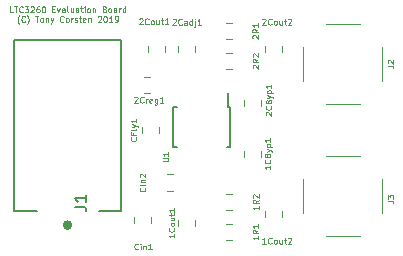
<source format=gbr>
G04 #@! TF.GenerationSoftware,KiCad,Pcbnew,(5.0.2)-1*
G04 #@! TF.CreationDate,2019-08-18T14:58:17-04:00*
G04 #@! TF.ProjectId,LTC3260-DualRail,4c544333-3236-4302-9d44-75616c526169,rev?*
G04 #@! TF.SameCoordinates,Original*
G04 #@! TF.FileFunction,Legend,Top*
G04 #@! TF.FilePolarity,Positive*
%FSLAX46Y46*%
G04 Gerber Fmt 4.6, Leading zero omitted, Abs format (unit mm)*
G04 Created by KiCad (PCBNEW (5.0.2)-1) date 8/18/2019 2:58:17 PM*
%MOMM*%
%LPD*%
G01*
G04 APERTURE LIST*
%ADD10C,0.080000*%
%ADD11C,0.120000*%
%ADD12C,0.127000*%
%ADD13C,0.400000*%
%ADD14C,0.150000*%
%ADD15C,0.070000*%
G04 APERTURE END LIST*
D10*
X69525142Y-67756190D02*
X69287047Y-67756190D01*
X69287047Y-67256190D01*
X69620380Y-67256190D02*
X69906095Y-67256190D01*
X69763238Y-67756190D02*
X69763238Y-67256190D01*
X70358476Y-67708571D02*
X70334666Y-67732380D01*
X70263238Y-67756190D01*
X70215619Y-67756190D01*
X70144190Y-67732380D01*
X70096571Y-67684761D01*
X70072761Y-67637142D01*
X70048952Y-67541904D01*
X70048952Y-67470476D01*
X70072761Y-67375238D01*
X70096571Y-67327619D01*
X70144190Y-67280000D01*
X70215619Y-67256190D01*
X70263238Y-67256190D01*
X70334666Y-67280000D01*
X70358476Y-67303809D01*
X70525142Y-67256190D02*
X70834666Y-67256190D01*
X70668000Y-67446666D01*
X70739428Y-67446666D01*
X70787047Y-67470476D01*
X70810857Y-67494285D01*
X70834666Y-67541904D01*
X70834666Y-67660952D01*
X70810857Y-67708571D01*
X70787047Y-67732380D01*
X70739428Y-67756190D01*
X70596571Y-67756190D01*
X70548952Y-67732380D01*
X70525142Y-67708571D01*
X71025142Y-67303809D02*
X71048952Y-67280000D01*
X71096571Y-67256190D01*
X71215619Y-67256190D01*
X71263238Y-67280000D01*
X71287047Y-67303809D01*
X71310857Y-67351428D01*
X71310857Y-67399047D01*
X71287047Y-67470476D01*
X71001333Y-67756190D01*
X71310857Y-67756190D01*
X71739428Y-67256190D02*
X71644190Y-67256190D01*
X71596571Y-67280000D01*
X71572761Y-67303809D01*
X71525142Y-67375238D01*
X71501333Y-67470476D01*
X71501333Y-67660952D01*
X71525142Y-67708571D01*
X71548952Y-67732380D01*
X71596571Y-67756190D01*
X71691809Y-67756190D01*
X71739428Y-67732380D01*
X71763238Y-67708571D01*
X71787047Y-67660952D01*
X71787047Y-67541904D01*
X71763238Y-67494285D01*
X71739428Y-67470476D01*
X71691809Y-67446666D01*
X71596571Y-67446666D01*
X71548952Y-67470476D01*
X71525142Y-67494285D01*
X71501333Y-67541904D01*
X72096571Y-67256190D02*
X72144190Y-67256190D01*
X72191809Y-67280000D01*
X72215619Y-67303809D01*
X72239428Y-67351428D01*
X72263238Y-67446666D01*
X72263238Y-67565714D01*
X72239428Y-67660952D01*
X72215619Y-67708571D01*
X72191809Y-67732380D01*
X72144190Y-67756190D01*
X72096571Y-67756190D01*
X72048952Y-67732380D01*
X72025142Y-67708571D01*
X72001333Y-67660952D01*
X71977523Y-67565714D01*
X71977523Y-67446666D01*
X72001333Y-67351428D01*
X72025142Y-67303809D01*
X72048952Y-67280000D01*
X72096571Y-67256190D01*
X72858476Y-67494285D02*
X73025142Y-67494285D01*
X73096571Y-67756190D02*
X72858476Y-67756190D01*
X72858476Y-67256190D01*
X73096571Y-67256190D01*
X73263238Y-67422857D02*
X73382285Y-67756190D01*
X73501333Y-67422857D01*
X73906095Y-67756190D02*
X73906095Y-67494285D01*
X73882285Y-67446666D01*
X73834666Y-67422857D01*
X73739428Y-67422857D01*
X73691809Y-67446666D01*
X73906095Y-67732380D02*
X73858476Y-67756190D01*
X73739428Y-67756190D01*
X73691809Y-67732380D01*
X73668000Y-67684761D01*
X73668000Y-67637142D01*
X73691809Y-67589523D01*
X73739428Y-67565714D01*
X73858476Y-67565714D01*
X73906095Y-67541904D01*
X74215619Y-67756190D02*
X74168000Y-67732380D01*
X74144190Y-67684761D01*
X74144190Y-67256190D01*
X74620380Y-67422857D02*
X74620380Y-67756190D01*
X74406095Y-67422857D02*
X74406095Y-67684761D01*
X74429904Y-67732380D01*
X74477523Y-67756190D01*
X74548952Y-67756190D01*
X74596571Y-67732380D01*
X74620380Y-67708571D01*
X75072761Y-67756190D02*
X75072761Y-67494285D01*
X75048952Y-67446666D01*
X75001333Y-67422857D01*
X74906095Y-67422857D01*
X74858476Y-67446666D01*
X75072761Y-67732380D02*
X75025142Y-67756190D01*
X74906095Y-67756190D01*
X74858476Y-67732380D01*
X74834666Y-67684761D01*
X74834666Y-67637142D01*
X74858476Y-67589523D01*
X74906095Y-67565714D01*
X75025142Y-67565714D01*
X75072761Y-67541904D01*
X75239428Y-67422857D02*
X75429904Y-67422857D01*
X75310857Y-67256190D02*
X75310857Y-67684761D01*
X75334666Y-67732380D01*
X75382285Y-67756190D01*
X75429904Y-67756190D01*
X75596571Y-67756190D02*
X75596571Y-67422857D01*
X75596571Y-67256190D02*
X75572761Y-67280000D01*
X75596571Y-67303809D01*
X75620380Y-67280000D01*
X75596571Y-67256190D01*
X75596571Y-67303809D01*
X75906095Y-67756190D02*
X75858476Y-67732380D01*
X75834666Y-67708571D01*
X75810857Y-67660952D01*
X75810857Y-67518095D01*
X75834666Y-67470476D01*
X75858476Y-67446666D01*
X75906095Y-67422857D01*
X75977523Y-67422857D01*
X76025142Y-67446666D01*
X76048952Y-67470476D01*
X76072761Y-67518095D01*
X76072761Y-67660952D01*
X76048952Y-67708571D01*
X76025142Y-67732380D01*
X75977523Y-67756190D01*
X75906095Y-67756190D01*
X76287047Y-67422857D02*
X76287047Y-67756190D01*
X76287047Y-67470476D02*
X76310857Y-67446666D01*
X76358476Y-67422857D01*
X76429904Y-67422857D01*
X76477523Y-67446666D01*
X76501333Y-67494285D01*
X76501333Y-67756190D01*
X77287047Y-67494285D02*
X77358476Y-67518095D01*
X77382285Y-67541904D01*
X77406095Y-67589523D01*
X77406095Y-67660952D01*
X77382285Y-67708571D01*
X77358476Y-67732380D01*
X77310857Y-67756190D01*
X77120380Y-67756190D01*
X77120380Y-67256190D01*
X77287047Y-67256190D01*
X77334666Y-67280000D01*
X77358476Y-67303809D01*
X77382285Y-67351428D01*
X77382285Y-67399047D01*
X77358476Y-67446666D01*
X77334666Y-67470476D01*
X77287047Y-67494285D01*
X77120380Y-67494285D01*
X77691809Y-67756190D02*
X77644190Y-67732380D01*
X77620380Y-67708571D01*
X77596571Y-67660952D01*
X77596571Y-67518095D01*
X77620380Y-67470476D01*
X77644190Y-67446666D01*
X77691809Y-67422857D01*
X77763238Y-67422857D01*
X77810857Y-67446666D01*
X77834666Y-67470476D01*
X77858476Y-67518095D01*
X77858476Y-67660952D01*
X77834666Y-67708571D01*
X77810857Y-67732380D01*
X77763238Y-67756190D01*
X77691809Y-67756190D01*
X78287047Y-67756190D02*
X78287047Y-67494285D01*
X78263238Y-67446666D01*
X78215619Y-67422857D01*
X78120380Y-67422857D01*
X78072761Y-67446666D01*
X78287047Y-67732380D02*
X78239428Y-67756190D01*
X78120380Y-67756190D01*
X78072761Y-67732380D01*
X78048952Y-67684761D01*
X78048952Y-67637142D01*
X78072761Y-67589523D01*
X78120380Y-67565714D01*
X78239428Y-67565714D01*
X78287047Y-67541904D01*
X78525142Y-67756190D02*
X78525142Y-67422857D01*
X78525142Y-67518095D02*
X78548952Y-67470476D01*
X78572761Y-67446666D01*
X78620380Y-67422857D01*
X78668000Y-67422857D01*
X79048952Y-67756190D02*
X79048952Y-67256190D01*
X79048952Y-67732380D02*
X79001333Y-67756190D01*
X78906095Y-67756190D01*
X78858476Y-67732380D01*
X78834666Y-67708571D01*
X78810857Y-67660952D01*
X78810857Y-67518095D01*
X78834666Y-67470476D01*
X78858476Y-67446666D01*
X78906095Y-67422857D01*
X79001333Y-67422857D01*
X79048952Y-67446666D01*
X70072761Y-68776666D02*
X70048952Y-68752857D01*
X70001333Y-68681428D01*
X69977523Y-68633809D01*
X69953714Y-68562380D01*
X69929904Y-68443333D01*
X69929904Y-68348095D01*
X69953714Y-68229047D01*
X69977523Y-68157619D01*
X70001333Y-68110000D01*
X70048952Y-68038571D01*
X70072761Y-68014761D01*
X70548952Y-68538571D02*
X70525142Y-68562380D01*
X70453714Y-68586190D01*
X70406095Y-68586190D01*
X70334666Y-68562380D01*
X70287047Y-68514761D01*
X70263238Y-68467142D01*
X70239428Y-68371904D01*
X70239428Y-68300476D01*
X70263238Y-68205238D01*
X70287047Y-68157619D01*
X70334666Y-68110000D01*
X70406095Y-68086190D01*
X70453714Y-68086190D01*
X70525142Y-68110000D01*
X70548952Y-68133809D01*
X70715619Y-68776666D02*
X70739428Y-68752857D01*
X70787047Y-68681428D01*
X70810857Y-68633809D01*
X70834666Y-68562380D01*
X70858476Y-68443333D01*
X70858476Y-68348095D01*
X70834666Y-68229047D01*
X70810857Y-68157619D01*
X70787047Y-68110000D01*
X70739428Y-68038571D01*
X70715619Y-68014761D01*
X71406095Y-68086190D02*
X71691809Y-68086190D01*
X71548952Y-68586190D02*
X71548952Y-68086190D01*
X71929904Y-68586190D02*
X71882285Y-68562380D01*
X71858476Y-68538571D01*
X71834666Y-68490952D01*
X71834666Y-68348095D01*
X71858476Y-68300476D01*
X71882285Y-68276666D01*
X71929904Y-68252857D01*
X72001333Y-68252857D01*
X72048952Y-68276666D01*
X72072761Y-68300476D01*
X72096571Y-68348095D01*
X72096571Y-68490952D01*
X72072761Y-68538571D01*
X72048952Y-68562380D01*
X72001333Y-68586190D01*
X71929904Y-68586190D01*
X72310857Y-68252857D02*
X72310857Y-68586190D01*
X72310857Y-68300476D02*
X72334666Y-68276666D01*
X72382285Y-68252857D01*
X72453714Y-68252857D01*
X72501333Y-68276666D01*
X72525142Y-68324285D01*
X72525142Y-68586190D01*
X72715619Y-68252857D02*
X72834666Y-68586190D01*
X72953714Y-68252857D02*
X72834666Y-68586190D01*
X72787047Y-68705238D01*
X72763238Y-68729047D01*
X72715619Y-68752857D01*
X73810857Y-68538571D02*
X73787047Y-68562380D01*
X73715619Y-68586190D01*
X73668000Y-68586190D01*
X73596571Y-68562380D01*
X73548952Y-68514761D01*
X73525142Y-68467142D01*
X73501333Y-68371904D01*
X73501333Y-68300476D01*
X73525142Y-68205238D01*
X73548952Y-68157619D01*
X73596571Y-68110000D01*
X73668000Y-68086190D01*
X73715619Y-68086190D01*
X73787047Y-68110000D01*
X73810857Y-68133809D01*
X74096571Y-68586190D02*
X74048952Y-68562380D01*
X74025142Y-68538571D01*
X74001333Y-68490952D01*
X74001333Y-68348095D01*
X74025142Y-68300476D01*
X74048952Y-68276666D01*
X74096571Y-68252857D01*
X74168000Y-68252857D01*
X74215619Y-68276666D01*
X74239428Y-68300476D01*
X74263238Y-68348095D01*
X74263238Y-68490952D01*
X74239428Y-68538571D01*
X74215619Y-68562380D01*
X74168000Y-68586190D01*
X74096571Y-68586190D01*
X74477523Y-68586190D02*
X74477523Y-68252857D01*
X74477523Y-68348095D02*
X74501333Y-68300476D01*
X74525142Y-68276666D01*
X74572761Y-68252857D01*
X74620380Y-68252857D01*
X74763238Y-68562380D02*
X74810857Y-68586190D01*
X74906095Y-68586190D01*
X74953714Y-68562380D01*
X74977523Y-68514761D01*
X74977523Y-68490952D01*
X74953714Y-68443333D01*
X74906095Y-68419523D01*
X74834666Y-68419523D01*
X74787047Y-68395714D01*
X74763238Y-68348095D01*
X74763238Y-68324285D01*
X74787047Y-68276666D01*
X74834666Y-68252857D01*
X74906095Y-68252857D01*
X74953714Y-68276666D01*
X75120380Y-68252857D02*
X75310857Y-68252857D01*
X75191809Y-68086190D02*
X75191809Y-68514761D01*
X75215619Y-68562380D01*
X75263238Y-68586190D01*
X75310857Y-68586190D01*
X75668000Y-68562380D02*
X75620380Y-68586190D01*
X75525142Y-68586190D01*
X75477523Y-68562380D01*
X75453714Y-68514761D01*
X75453714Y-68324285D01*
X75477523Y-68276666D01*
X75525142Y-68252857D01*
X75620380Y-68252857D01*
X75668000Y-68276666D01*
X75691809Y-68324285D01*
X75691809Y-68371904D01*
X75453714Y-68419523D01*
X75906095Y-68252857D02*
X75906095Y-68586190D01*
X75906095Y-68300476D02*
X75929904Y-68276666D01*
X75977523Y-68252857D01*
X76048952Y-68252857D01*
X76096571Y-68276666D01*
X76120380Y-68324285D01*
X76120380Y-68586190D01*
X76715619Y-68133809D02*
X76739428Y-68110000D01*
X76787047Y-68086190D01*
X76906095Y-68086190D01*
X76953714Y-68110000D01*
X76977523Y-68133809D01*
X77001333Y-68181428D01*
X77001333Y-68229047D01*
X76977523Y-68300476D01*
X76691809Y-68586190D01*
X77001333Y-68586190D01*
X77310857Y-68086190D02*
X77358476Y-68086190D01*
X77406095Y-68110000D01*
X77429904Y-68133809D01*
X77453714Y-68181428D01*
X77477523Y-68276666D01*
X77477523Y-68395714D01*
X77453714Y-68490952D01*
X77429904Y-68538571D01*
X77406095Y-68562380D01*
X77358476Y-68586190D01*
X77310857Y-68586190D01*
X77263238Y-68562380D01*
X77239428Y-68538571D01*
X77215619Y-68490952D01*
X77191809Y-68395714D01*
X77191809Y-68276666D01*
X77215619Y-68181428D01*
X77239428Y-68133809D01*
X77263238Y-68110000D01*
X77310857Y-68086190D01*
X77953714Y-68586190D02*
X77668000Y-68586190D01*
X77810857Y-68586190D02*
X77810857Y-68086190D01*
X77763238Y-68157619D01*
X77715619Y-68205238D01*
X77668000Y-68229047D01*
X78191809Y-68586190D02*
X78287047Y-68586190D01*
X78334666Y-68562380D01*
X78358476Y-68538571D01*
X78406095Y-68467142D01*
X78429904Y-68371904D01*
X78429904Y-68181428D01*
X78406095Y-68133809D01*
X78382285Y-68110000D01*
X78334666Y-68086190D01*
X78239428Y-68086190D01*
X78191809Y-68110000D01*
X78168000Y-68133809D01*
X78144190Y-68181428D01*
X78144190Y-68300476D01*
X78168000Y-68348095D01*
X78191809Y-68371904D01*
X78239428Y-68395714D01*
X78334666Y-68395714D01*
X78382285Y-68371904D01*
X78406095Y-68348095D01*
X78429904Y-68300476D01*
D11*
G04 #@! TO.C,1CByp1*
X90544720Y-79485748D02*
X90544720Y-80008252D01*
X89124720Y-79485748D02*
X89124720Y-80008252D01*
G04 #@! TO.C,1Cout1*
X84956720Y-85327748D02*
X84956720Y-85850252D01*
X83536720Y-85327748D02*
X83536720Y-85850252D01*
G04 #@! TO.C,1R1*
X87532468Y-85650000D02*
X88054972Y-85650000D01*
X87532468Y-87070000D02*
X88054972Y-87070000D01*
G04 #@! TO.C,1R2*
X88072972Y-83110000D02*
X87550468Y-83110000D01*
X88072972Y-84530000D02*
X87550468Y-84530000D01*
G04 #@! TO.C,2Cadj1*
X84956720Y-71136252D02*
X84956720Y-70613748D01*
X83536720Y-71136252D02*
X83536720Y-70613748D01*
G04 #@! TO.C,2CByp1*
X89124720Y-75167748D02*
X89124720Y-75690252D01*
X90544720Y-75167748D02*
X90544720Y-75690252D01*
G04 #@! TO.C,2Cout1*
X80996720Y-70595748D02*
X80996720Y-71118252D01*
X82416720Y-70595748D02*
X82416720Y-71118252D01*
G04 #@! TO.C,2R1*
X88063972Y-68632000D02*
X87541468Y-68632000D01*
X88063972Y-70052000D02*
X87541468Y-70052000D01*
G04 #@! TO.C,2R2*
X88054972Y-72592000D02*
X87532468Y-72592000D01*
X88054972Y-71172000D02*
X87532468Y-71172000D01*
G04 #@! TO.C,CFly1*
X80488720Y-77985252D02*
X80488720Y-77462748D01*
X81908720Y-77985252D02*
X81908720Y-77462748D01*
D12*
G04 #@! TO.C,J1*
X78650220Y-84574280D02*
X76800220Y-84574280D01*
X71600220Y-84574280D02*
X69650220Y-84574280D01*
X69650220Y-84574280D02*
X69650220Y-70074280D01*
X69650220Y-70074280D02*
X78650220Y-70074280D01*
X78650220Y-70074280D02*
X78650220Y-84574280D01*
D13*
X74350220Y-85774280D02*
G75*
G03X74350220Y-85774280I-200000J0D01*
G01*
D11*
G04 #@! TO.C,J2*
X96004720Y-68781000D02*
X98904720Y-68781000D01*
X96004720Y-75491000D02*
X98904720Y-75491000D01*
X100809720Y-70686000D02*
X100809720Y-73586000D01*
X94099720Y-70686000D02*
X94099720Y-73586000D01*
G04 #@! TO.C,J3*
X94099720Y-81862000D02*
X94099720Y-84762000D01*
X100809720Y-81862000D02*
X100809720Y-84762000D01*
X96004720Y-86667000D02*
X98904720Y-86667000D01*
X96004720Y-79957000D02*
X98904720Y-79957000D01*
D14*
G04 #@! TO.C,U1*
X87941720Y-75795000D02*
X87716720Y-75795000D01*
X87941720Y-79145000D02*
X87641720Y-79145000D01*
X83091720Y-79145000D02*
X83391720Y-79145000D01*
X83091720Y-75795000D02*
X83391720Y-75795000D01*
X87941720Y-75795000D02*
X87941720Y-79145000D01*
X83091720Y-75795000D02*
X83091720Y-79145000D01*
X87716720Y-75795000D02*
X87716720Y-74570000D01*
D11*
G04 #@! TO.C,1Cout2*
X92322720Y-85106252D02*
X92322720Y-84583748D01*
X90902720Y-85106252D02*
X90902720Y-84583748D01*
G04 #@! TO.C,2Cout2*
X90902720Y-71118252D02*
X90902720Y-70595748D01*
X92322720Y-71118252D02*
X92322720Y-70595748D01*
G04 #@! TO.C,Cin1*
X81228000Y-85082748D02*
X81228000Y-85605252D01*
X79808000Y-85082748D02*
X79808000Y-85605252D01*
G04 #@! TO.C,Cin2*
X83056252Y-81459000D02*
X82533748Y-81459000D01*
X83056252Y-82879000D02*
X82533748Y-82879000D01*
G04 #@! TO.C,2Creg1*
X81160252Y-74624000D02*
X80637748Y-74624000D01*
X81160252Y-73204000D02*
X80637748Y-73204000D01*
G04 #@! TO.C,1CByp1*
D15*
X91330910Y-80749904D02*
X91330910Y-81035619D01*
X91330910Y-80892761D02*
X90830910Y-80892761D01*
X90902339Y-80940380D01*
X90949958Y-80988000D01*
X90973767Y-81035619D01*
X91283291Y-80249904D02*
X91307100Y-80273714D01*
X91330910Y-80345142D01*
X91330910Y-80392761D01*
X91307100Y-80464190D01*
X91259481Y-80511809D01*
X91211862Y-80535619D01*
X91116624Y-80559428D01*
X91045196Y-80559428D01*
X90949958Y-80535619D01*
X90902339Y-80511809D01*
X90854720Y-80464190D01*
X90830910Y-80392761D01*
X90830910Y-80345142D01*
X90854720Y-80273714D01*
X90878529Y-80249904D01*
X91069005Y-79868952D02*
X91092815Y-79797523D01*
X91116624Y-79773714D01*
X91164243Y-79749904D01*
X91235672Y-79749904D01*
X91283291Y-79773714D01*
X91307100Y-79797523D01*
X91330910Y-79845142D01*
X91330910Y-80035619D01*
X90830910Y-80035619D01*
X90830910Y-79868952D01*
X90854720Y-79821333D01*
X90878529Y-79797523D01*
X90926148Y-79773714D01*
X90973767Y-79773714D01*
X91021386Y-79797523D01*
X91045196Y-79821333D01*
X91069005Y-79868952D01*
X91069005Y-80035619D01*
X90997577Y-79583238D02*
X91330910Y-79464190D01*
X90997577Y-79345142D02*
X91330910Y-79464190D01*
X91449958Y-79511809D01*
X91473767Y-79535619D01*
X91497577Y-79583238D01*
X90997577Y-79154666D02*
X91497577Y-79154666D01*
X91021386Y-79154666D02*
X90997577Y-79107047D01*
X90997577Y-79011809D01*
X91021386Y-78964190D01*
X91045196Y-78940380D01*
X91092815Y-78916571D01*
X91235672Y-78916571D01*
X91283291Y-78940380D01*
X91307100Y-78964190D01*
X91330910Y-79011809D01*
X91330910Y-79107047D01*
X91307100Y-79154666D01*
X91330910Y-78440380D02*
X91330910Y-78726095D01*
X91330910Y-78583238D02*
X90830910Y-78583238D01*
X90902339Y-78630857D01*
X90949958Y-78678476D01*
X90973767Y-78726095D01*
G04 #@! TO.C,1Cout1*
X83202910Y-86520476D02*
X83202910Y-86806190D01*
X83202910Y-86663333D02*
X82702910Y-86663333D01*
X82774339Y-86710952D01*
X82821958Y-86758571D01*
X82845767Y-86806190D01*
X83155291Y-86020476D02*
X83179100Y-86044285D01*
X83202910Y-86115714D01*
X83202910Y-86163333D01*
X83179100Y-86234761D01*
X83131481Y-86282380D01*
X83083862Y-86306190D01*
X82988624Y-86330000D01*
X82917196Y-86330000D01*
X82821958Y-86306190D01*
X82774339Y-86282380D01*
X82726720Y-86234761D01*
X82702910Y-86163333D01*
X82702910Y-86115714D01*
X82726720Y-86044285D01*
X82750529Y-86020476D01*
X83202910Y-85734761D02*
X83179100Y-85782380D01*
X83155291Y-85806190D01*
X83107672Y-85830000D01*
X82964815Y-85830000D01*
X82917196Y-85806190D01*
X82893386Y-85782380D01*
X82869577Y-85734761D01*
X82869577Y-85663333D01*
X82893386Y-85615714D01*
X82917196Y-85591904D01*
X82964815Y-85568095D01*
X83107672Y-85568095D01*
X83155291Y-85591904D01*
X83179100Y-85615714D01*
X83202910Y-85663333D01*
X83202910Y-85734761D01*
X82869577Y-85139523D02*
X83202910Y-85139523D01*
X82869577Y-85353809D02*
X83131481Y-85353809D01*
X83179100Y-85330000D01*
X83202910Y-85282380D01*
X83202910Y-85210952D01*
X83179100Y-85163333D01*
X83155291Y-85139523D01*
X82869577Y-84972857D02*
X82869577Y-84782380D01*
X82702910Y-84901428D02*
X83131481Y-84901428D01*
X83179100Y-84877619D01*
X83202910Y-84830000D01*
X83202910Y-84782380D01*
X83202910Y-84353809D02*
X83202910Y-84639523D01*
X83202910Y-84496666D02*
X82702910Y-84496666D01*
X82774339Y-84544285D01*
X82821958Y-84591904D01*
X82845767Y-84639523D01*
G04 #@! TO.C,1R1*
D10*
X90314910Y-86705238D02*
X90314910Y-86990952D01*
X90314910Y-86848095D02*
X89814910Y-86848095D01*
X89886339Y-86895714D01*
X89933958Y-86943333D01*
X89957767Y-86990952D01*
X90314910Y-86205238D02*
X90076815Y-86371904D01*
X90314910Y-86490952D02*
X89814910Y-86490952D01*
X89814910Y-86300476D01*
X89838720Y-86252857D01*
X89862529Y-86229047D01*
X89910148Y-86205238D01*
X89981577Y-86205238D01*
X90029196Y-86229047D01*
X90053005Y-86252857D01*
X90076815Y-86300476D01*
X90076815Y-86490952D01*
X90314910Y-85729047D02*
X90314910Y-86014761D01*
X90314910Y-85871904D02*
X89814910Y-85871904D01*
X89886339Y-85919523D01*
X89933958Y-85967142D01*
X89957767Y-86014761D01*
G04 #@! TO.C,1R2*
X90332910Y-84165238D02*
X90332910Y-84450952D01*
X90332910Y-84308095D02*
X89832910Y-84308095D01*
X89904339Y-84355714D01*
X89951958Y-84403333D01*
X89975767Y-84450952D01*
X90332910Y-83665238D02*
X90094815Y-83831904D01*
X90332910Y-83950952D02*
X89832910Y-83950952D01*
X89832910Y-83760476D01*
X89856720Y-83712857D01*
X89880529Y-83689047D01*
X89928148Y-83665238D01*
X89999577Y-83665238D01*
X90047196Y-83689047D01*
X90071005Y-83712857D01*
X90094815Y-83760476D01*
X90094815Y-83950952D01*
X89880529Y-83474761D02*
X89856720Y-83450952D01*
X89832910Y-83403333D01*
X89832910Y-83284285D01*
X89856720Y-83236666D01*
X89880529Y-83212857D01*
X89928148Y-83189047D01*
X89975767Y-83189047D01*
X90047196Y-83212857D01*
X90332910Y-83498571D01*
X90332910Y-83189047D01*
G04 #@! TO.C,2Cadj1*
D15*
X83044339Y-68371809D02*
X83068148Y-68348000D01*
X83115767Y-68324190D01*
X83234815Y-68324190D01*
X83282434Y-68348000D01*
X83306243Y-68371809D01*
X83330053Y-68419428D01*
X83330053Y-68467047D01*
X83306243Y-68538476D01*
X83020529Y-68824190D01*
X83330053Y-68824190D01*
X83830053Y-68776571D02*
X83806243Y-68800380D01*
X83734815Y-68824190D01*
X83687196Y-68824190D01*
X83615767Y-68800380D01*
X83568148Y-68752761D01*
X83544339Y-68705142D01*
X83520529Y-68609904D01*
X83520529Y-68538476D01*
X83544339Y-68443238D01*
X83568148Y-68395619D01*
X83615767Y-68348000D01*
X83687196Y-68324190D01*
X83734815Y-68324190D01*
X83806243Y-68348000D01*
X83830053Y-68371809D01*
X84258624Y-68824190D02*
X84258624Y-68562285D01*
X84234815Y-68514666D01*
X84187196Y-68490857D01*
X84091958Y-68490857D01*
X84044339Y-68514666D01*
X84258624Y-68800380D02*
X84211005Y-68824190D01*
X84091958Y-68824190D01*
X84044339Y-68800380D01*
X84020529Y-68752761D01*
X84020529Y-68705142D01*
X84044339Y-68657523D01*
X84091958Y-68633714D01*
X84211005Y-68633714D01*
X84258624Y-68609904D01*
X84711005Y-68824190D02*
X84711005Y-68324190D01*
X84711005Y-68800380D02*
X84663386Y-68824190D01*
X84568148Y-68824190D01*
X84520529Y-68800380D01*
X84496720Y-68776571D01*
X84472910Y-68728952D01*
X84472910Y-68586095D01*
X84496720Y-68538476D01*
X84520529Y-68514666D01*
X84568148Y-68490857D01*
X84663386Y-68490857D01*
X84711005Y-68514666D01*
X84949100Y-68490857D02*
X84949100Y-68919428D01*
X84925291Y-68967047D01*
X84877672Y-68990857D01*
X84853862Y-68990857D01*
X84949100Y-68324190D02*
X84925291Y-68348000D01*
X84949100Y-68371809D01*
X84972910Y-68348000D01*
X84949100Y-68324190D01*
X84949100Y-68371809D01*
X85449100Y-68824190D02*
X85163386Y-68824190D01*
X85306243Y-68824190D02*
X85306243Y-68324190D01*
X85258624Y-68395619D01*
X85211005Y-68443238D01*
X85163386Y-68467047D01*
G04 #@! TO.C,2CByp1*
X90959809Y-76481619D02*
X90936000Y-76457809D01*
X90912190Y-76410190D01*
X90912190Y-76291142D01*
X90936000Y-76243523D01*
X90959809Y-76219714D01*
X91007428Y-76195904D01*
X91055047Y-76195904D01*
X91126476Y-76219714D01*
X91412190Y-76505428D01*
X91412190Y-76195904D01*
X91364571Y-75695904D02*
X91388380Y-75719714D01*
X91412190Y-75791142D01*
X91412190Y-75838761D01*
X91388380Y-75910190D01*
X91340761Y-75957809D01*
X91293142Y-75981619D01*
X91197904Y-76005428D01*
X91126476Y-76005428D01*
X91031238Y-75981619D01*
X90983619Y-75957809D01*
X90936000Y-75910190D01*
X90912190Y-75838761D01*
X90912190Y-75791142D01*
X90936000Y-75719714D01*
X90959809Y-75695904D01*
X91150285Y-75314952D02*
X91174095Y-75243523D01*
X91197904Y-75219714D01*
X91245523Y-75195904D01*
X91316952Y-75195904D01*
X91364571Y-75219714D01*
X91388380Y-75243523D01*
X91412190Y-75291142D01*
X91412190Y-75481619D01*
X90912190Y-75481619D01*
X90912190Y-75314952D01*
X90936000Y-75267333D01*
X90959809Y-75243523D01*
X91007428Y-75219714D01*
X91055047Y-75219714D01*
X91102666Y-75243523D01*
X91126476Y-75267333D01*
X91150285Y-75314952D01*
X91150285Y-75481619D01*
X91078857Y-75029238D02*
X91412190Y-74910190D01*
X91078857Y-74791142D02*
X91412190Y-74910190D01*
X91531238Y-74957809D01*
X91555047Y-74981619D01*
X91578857Y-75029238D01*
X91078857Y-74600666D02*
X91578857Y-74600666D01*
X91102666Y-74600666D02*
X91078857Y-74553047D01*
X91078857Y-74457809D01*
X91102666Y-74410190D01*
X91126476Y-74386380D01*
X91174095Y-74362571D01*
X91316952Y-74362571D01*
X91364571Y-74386380D01*
X91388380Y-74410190D01*
X91412190Y-74457809D01*
X91412190Y-74553047D01*
X91388380Y-74600666D01*
X91412190Y-73886380D02*
X91412190Y-74172095D01*
X91412190Y-74029238D02*
X90912190Y-74029238D01*
X90983619Y-74076857D01*
X91031238Y-74124476D01*
X91055047Y-74172095D01*
G04 #@! TO.C,2Cout1*
X80226529Y-68335809D02*
X80250339Y-68312000D01*
X80297958Y-68288190D01*
X80417005Y-68288190D01*
X80464624Y-68312000D01*
X80488434Y-68335809D01*
X80512243Y-68383428D01*
X80512243Y-68431047D01*
X80488434Y-68502476D01*
X80202720Y-68788190D01*
X80512243Y-68788190D01*
X81012243Y-68740571D02*
X80988434Y-68764380D01*
X80917005Y-68788190D01*
X80869386Y-68788190D01*
X80797958Y-68764380D01*
X80750339Y-68716761D01*
X80726529Y-68669142D01*
X80702720Y-68573904D01*
X80702720Y-68502476D01*
X80726529Y-68407238D01*
X80750339Y-68359619D01*
X80797958Y-68312000D01*
X80869386Y-68288190D01*
X80917005Y-68288190D01*
X80988434Y-68312000D01*
X81012243Y-68335809D01*
X81297958Y-68788190D02*
X81250339Y-68764380D01*
X81226529Y-68740571D01*
X81202720Y-68692952D01*
X81202720Y-68550095D01*
X81226529Y-68502476D01*
X81250339Y-68478666D01*
X81297958Y-68454857D01*
X81369386Y-68454857D01*
X81417005Y-68478666D01*
X81440815Y-68502476D01*
X81464624Y-68550095D01*
X81464624Y-68692952D01*
X81440815Y-68740571D01*
X81417005Y-68764380D01*
X81369386Y-68788190D01*
X81297958Y-68788190D01*
X81893196Y-68454857D02*
X81893196Y-68788190D01*
X81678910Y-68454857D02*
X81678910Y-68716761D01*
X81702720Y-68764380D01*
X81750339Y-68788190D01*
X81821767Y-68788190D01*
X81869386Y-68764380D01*
X81893196Y-68740571D01*
X82059862Y-68454857D02*
X82250339Y-68454857D01*
X82131291Y-68288190D02*
X82131291Y-68716761D01*
X82155100Y-68764380D01*
X82202720Y-68788190D01*
X82250339Y-68788190D01*
X82678910Y-68788190D02*
X82393196Y-68788190D01*
X82536053Y-68788190D02*
X82536053Y-68288190D01*
X82488434Y-68359619D01*
X82440815Y-68407238D01*
X82393196Y-68431047D01*
G04 #@! TO.C,2R1*
X89853529Y-69972952D02*
X89829720Y-69949142D01*
X89805910Y-69901523D01*
X89805910Y-69782476D01*
X89829720Y-69734857D01*
X89853529Y-69711047D01*
X89901148Y-69687238D01*
X89948767Y-69687238D01*
X90020196Y-69711047D01*
X90305910Y-69996761D01*
X90305910Y-69687238D01*
X90305910Y-69187238D02*
X90067815Y-69353904D01*
X90305910Y-69472952D02*
X89805910Y-69472952D01*
X89805910Y-69282476D01*
X89829720Y-69234857D01*
X89853529Y-69211047D01*
X89901148Y-69187238D01*
X89972577Y-69187238D01*
X90020196Y-69211047D01*
X90044005Y-69234857D01*
X90067815Y-69282476D01*
X90067815Y-69472952D01*
X90305910Y-68711047D02*
X90305910Y-68996761D01*
X90305910Y-68853904D02*
X89805910Y-68853904D01*
X89877339Y-68901523D01*
X89924958Y-68949142D01*
X89948767Y-68996761D01*
G04 #@! TO.C,2R2*
X89862529Y-72512952D02*
X89838720Y-72489142D01*
X89814910Y-72441523D01*
X89814910Y-72322476D01*
X89838720Y-72274857D01*
X89862529Y-72251047D01*
X89910148Y-72227238D01*
X89957767Y-72227238D01*
X90029196Y-72251047D01*
X90314910Y-72536761D01*
X90314910Y-72227238D01*
X90314910Y-71727238D02*
X90076815Y-71893904D01*
X90314910Y-72012952D02*
X89814910Y-72012952D01*
X89814910Y-71822476D01*
X89838720Y-71774857D01*
X89862529Y-71751047D01*
X89910148Y-71727238D01*
X89981577Y-71727238D01*
X90029196Y-71751047D01*
X90053005Y-71774857D01*
X90076815Y-71822476D01*
X90076815Y-72012952D01*
X89862529Y-71536761D02*
X89838720Y-71512952D01*
X89814910Y-71465333D01*
X89814910Y-71346285D01*
X89838720Y-71298666D01*
X89862529Y-71274857D01*
X89910148Y-71251047D01*
X89957767Y-71251047D01*
X90029196Y-71274857D01*
X90314910Y-71560571D01*
X90314910Y-71251047D01*
G04 #@! TO.C,CFly1*
D10*
X79934571Y-78343047D02*
X79958380Y-78366857D01*
X79982190Y-78438285D01*
X79982190Y-78485904D01*
X79958380Y-78557333D01*
X79910761Y-78604952D01*
X79863142Y-78628761D01*
X79767904Y-78652571D01*
X79696476Y-78652571D01*
X79601238Y-78628761D01*
X79553619Y-78604952D01*
X79506000Y-78557333D01*
X79482190Y-78485904D01*
X79482190Y-78438285D01*
X79506000Y-78366857D01*
X79529809Y-78343047D01*
X79720285Y-77962095D02*
X79720285Y-78128761D01*
X79982190Y-78128761D02*
X79482190Y-78128761D01*
X79482190Y-77890666D01*
X79982190Y-77628761D02*
X79958380Y-77676380D01*
X79910761Y-77700190D01*
X79482190Y-77700190D01*
X79648857Y-77485904D02*
X79982190Y-77366857D01*
X79648857Y-77247809D02*
X79982190Y-77366857D01*
X80101238Y-77414476D01*
X80125047Y-77438285D01*
X80148857Y-77485904D01*
X79982190Y-76795428D02*
X79982190Y-77081142D01*
X79982190Y-76938285D02*
X79482190Y-76938285D01*
X79553619Y-76985904D01*
X79601238Y-77033523D01*
X79625047Y-77081142D01*
G04 #@! TO.C,J1*
D14*
X74750300Y-84234613D02*
X75464586Y-84234613D01*
X75607443Y-84282232D01*
X75702681Y-84377470D01*
X75750300Y-84520327D01*
X75750300Y-84615565D01*
X75750300Y-83234613D02*
X75750300Y-83806041D01*
X75750300Y-83520327D02*
X74750300Y-83520327D01*
X74893158Y-83615565D01*
X74988396Y-83710803D01*
X75036015Y-83806041D01*
G04 #@! TO.C,J2*
D15*
X101244910Y-72302666D02*
X101602053Y-72302666D01*
X101673481Y-72326476D01*
X101721100Y-72374095D01*
X101744910Y-72445523D01*
X101744910Y-72493142D01*
X101292529Y-72088380D02*
X101268720Y-72064571D01*
X101244910Y-72016952D01*
X101244910Y-71897904D01*
X101268720Y-71850285D01*
X101292529Y-71826476D01*
X101340148Y-71802666D01*
X101387767Y-71802666D01*
X101459196Y-71826476D01*
X101744910Y-72112190D01*
X101744910Y-71802666D01*
G04 #@! TO.C,J3*
X101244910Y-83732666D02*
X101602053Y-83732666D01*
X101673481Y-83756476D01*
X101721100Y-83804095D01*
X101744910Y-83875523D01*
X101744910Y-83923142D01*
X101244910Y-83542190D02*
X101244910Y-83232666D01*
X101435386Y-83399333D01*
X101435386Y-83327904D01*
X101459196Y-83280285D01*
X101483005Y-83256476D01*
X101530624Y-83232666D01*
X101649672Y-83232666D01*
X101697291Y-83256476D01*
X101721100Y-83280285D01*
X101744910Y-83327904D01*
X101744910Y-83470761D01*
X101721100Y-83518380D01*
X101697291Y-83542190D01*
G04 #@! TO.C,U1*
X82194910Y-80390952D02*
X82599672Y-80390952D01*
X82647291Y-80367142D01*
X82671100Y-80343333D01*
X82694910Y-80295714D01*
X82694910Y-80200476D01*
X82671100Y-80152857D01*
X82647291Y-80129047D01*
X82599672Y-80105238D01*
X82194910Y-80105238D01*
X82694910Y-79605238D02*
X82694910Y-79890952D01*
X82694910Y-79748095D02*
X82194910Y-79748095D01*
X82266339Y-79795714D01*
X82313958Y-79843333D01*
X82337767Y-79890952D01*
G04 #@! TO.C,1Cout2*
X90926243Y-87348190D02*
X90640529Y-87348190D01*
X90783386Y-87348190D02*
X90783386Y-86848190D01*
X90735767Y-86919619D01*
X90688148Y-86967238D01*
X90640529Y-86991047D01*
X91426243Y-87300571D02*
X91402434Y-87324380D01*
X91331005Y-87348190D01*
X91283386Y-87348190D01*
X91211958Y-87324380D01*
X91164339Y-87276761D01*
X91140529Y-87229142D01*
X91116720Y-87133904D01*
X91116720Y-87062476D01*
X91140529Y-86967238D01*
X91164339Y-86919619D01*
X91211958Y-86872000D01*
X91283386Y-86848190D01*
X91331005Y-86848190D01*
X91402434Y-86872000D01*
X91426243Y-86895809D01*
X91711958Y-87348190D02*
X91664339Y-87324380D01*
X91640529Y-87300571D01*
X91616720Y-87252952D01*
X91616720Y-87110095D01*
X91640529Y-87062476D01*
X91664339Y-87038666D01*
X91711958Y-87014857D01*
X91783386Y-87014857D01*
X91831005Y-87038666D01*
X91854815Y-87062476D01*
X91878624Y-87110095D01*
X91878624Y-87252952D01*
X91854815Y-87300571D01*
X91831005Y-87324380D01*
X91783386Y-87348190D01*
X91711958Y-87348190D01*
X92307196Y-87014857D02*
X92307196Y-87348190D01*
X92092910Y-87014857D02*
X92092910Y-87276761D01*
X92116720Y-87324380D01*
X92164339Y-87348190D01*
X92235767Y-87348190D01*
X92283386Y-87324380D01*
X92307196Y-87300571D01*
X92473862Y-87014857D02*
X92664339Y-87014857D01*
X92545291Y-86848190D02*
X92545291Y-87276761D01*
X92569100Y-87324380D01*
X92616720Y-87348190D01*
X92664339Y-87348190D01*
X92807196Y-86895809D02*
X92831005Y-86872000D01*
X92878624Y-86848190D01*
X92997672Y-86848190D01*
X93045291Y-86872000D01*
X93069100Y-86895809D01*
X93092910Y-86943428D01*
X93092910Y-86991047D01*
X93069100Y-87062476D01*
X92783386Y-87348190D01*
X93092910Y-87348190D01*
G04 #@! TO.C,2Cout2*
X90640529Y-68353809D02*
X90664339Y-68330000D01*
X90711958Y-68306190D01*
X90831005Y-68306190D01*
X90878624Y-68330000D01*
X90902434Y-68353809D01*
X90926243Y-68401428D01*
X90926243Y-68449047D01*
X90902434Y-68520476D01*
X90616720Y-68806190D01*
X90926243Y-68806190D01*
X91426243Y-68758571D02*
X91402434Y-68782380D01*
X91331005Y-68806190D01*
X91283386Y-68806190D01*
X91211958Y-68782380D01*
X91164339Y-68734761D01*
X91140529Y-68687142D01*
X91116720Y-68591904D01*
X91116720Y-68520476D01*
X91140529Y-68425238D01*
X91164339Y-68377619D01*
X91211958Y-68330000D01*
X91283386Y-68306190D01*
X91331005Y-68306190D01*
X91402434Y-68330000D01*
X91426243Y-68353809D01*
X91711958Y-68806190D02*
X91664339Y-68782380D01*
X91640529Y-68758571D01*
X91616720Y-68710952D01*
X91616720Y-68568095D01*
X91640529Y-68520476D01*
X91664339Y-68496666D01*
X91711958Y-68472857D01*
X91783386Y-68472857D01*
X91831005Y-68496666D01*
X91854815Y-68520476D01*
X91878624Y-68568095D01*
X91878624Y-68710952D01*
X91854815Y-68758571D01*
X91831005Y-68782380D01*
X91783386Y-68806190D01*
X91711958Y-68806190D01*
X92307196Y-68472857D02*
X92307196Y-68806190D01*
X92092910Y-68472857D02*
X92092910Y-68734761D01*
X92116720Y-68782380D01*
X92164339Y-68806190D01*
X92235767Y-68806190D01*
X92283386Y-68782380D01*
X92307196Y-68758571D01*
X92473862Y-68472857D02*
X92664339Y-68472857D01*
X92545291Y-68306190D02*
X92545291Y-68734761D01*
X92569100Y-68782380D01*
X92616720Y-68806190D01*
X92664339Y-68806190D01*
X92807196Y-68353809D02*
X92831005Y-68330000D01*
X92878624Y-68306190D01*
X92997672Y-68306190D01*
X93045291Y-68330000D01*
X93069100Y-68353809D01*
X93092910Y-68401428D01*
X93092910Y-68449047D01*
X93069100Y-68520476D01*
X92783386Y-68806190D01*
X93092910Y-68806190D01*
G04 #@! TO.C,Cin1*
X80119908Y-87797251D02*
X80096099Y-87821060D01*
X80024670Y-87844870D01*
X79977051Y-87844870D01*
X79905622Y-87821060D01*
X79858003Y-87773441D01*
X79834194Y-87725822D01*
X79810384Y-87630584D01*
X79810384Y-87559156D01*
X79834194Y-87463918D01*
X79858003Y-87416299D01*
X79905622Y-87368680D01*
X79977051Y-87344870D01*
X80024670Y-87344870D01*
X80096099Y-87368680D01*
X80119908Y-87392489D01*
X80334194Y-87844870D02*
X80334194Y-87511537D01*
X80334194Y-87344870D02*
X80310384Y-87368680D01*
X80334194Y-87392489D01*
X80358003Y-87368680D01*
X80334194Y-87344870D01*
X80334194Y-87392489D01*
X80572289Y-87511537D02*
X80572289Y-87844870D01*
X80572289Y-87559156D02*
X80596099Y-87535346D01*
X80643718Y-87511537D01*
X80715146Y-87511537D01*
X80762765Y-87535346D01*
X80786575Y-87582965D01*
X80786575Y-87844870D01*
X81286575Y-87844870D02*
X81000860Y-87844870D01*
X81143718Y-87844870D02*
X81143718Y-87344870D01*
X81096099Y-87416299D01*
X81048480Y-87463918D01*
X81000860Y-87487727D01*
G04 #@! TO.C,Cin2*
X80696571Y-82597571D02*
X80720380Y-82621380D01*
X80744190Y-82692809D01*
X80744190Y-82740428D01*
X80720380Y-82811857D01*
X80672761Y-82859476D01*
X80625142Y-82883285D01*
X80529904Y-82907095D01*
X80458476Y-82907095D01*
X80363238Y-82883285D01*
X80315619Y-82859476D01*
X80268000Y-82811857D01*
X80244190Y-82740428D01*
X80244190Y-82692809D01*
X80268000Y-82621380D01*
X80291809Y-82597571D01*
X80744190Y-82383285D02*
X80410857Y-82383285D01*
X80244190Y-82383285D02*
X80268000Y-82407095D01*
X80291809Y-82383285D01*
X80268000Y-82359476D01*
X80244190Y-82383285D01*
X80291809Y-82383285D01*
X80410857Y-82145190D02*
X80744190Y-82145190D01*
X80458476Y-82145190D02*
X80434666Y-82121380D01*
X80410857Y-82073761D01*
X80410857Y-82002333D01*
X80434666Y-81954714D01*
X80482285Y-81930904D01*
X80744190Y-81930904D01*
X80291809Y-81716619D02*
X80268000Y-81692809D01*
X80244190Y-81645190D01*
X80244190Y-81526142D01*
X80268000Y-81478523D01*
X80291809Y-81454714D01*
X80339428Y-81430904D01*
X80387047Y-81430904D01*
X80458476Y-81454714D01*
X80744190Y-81740428D01*
X80744190Y-81430904D01*
G04 #@! TO.C,2Creg1*
X79799809Y-74957809D02*
X79823619Y-74934000D01*
X79871238Y-74910190D01*
X79990285Y-74910190D01*
X80037904Y-74934000D01*
X80061714Y-74957809D01*
X80085523Y-75005428D01*
X80085523Y-75053047D01*
X80061714Y-75124476D01*
X79776000Y-75410190D01*
X80085523Y-75410190D01*
X80585523Y-75362571D02*
X80561714Y-75386380D01*
X80490285Y-75410190D01*
X80442666Y-75410190D01*
X80371238Y-75386380D01*
X80323619Y-75338761D01*
X80299809Y-75291142D01*
X80276000Y-75195904D01*
X80276000Y-75124476D01*
X80299809Y-75029238D01*
X80323619Y-74981619D01*
X80371238Y-74934000D01*
X80442666Y-74910190D01*
X80490285Y-74910190D01*
X80561714Y-74934000D01*
X80585523Y-74957809D01*
X80799809Y-75410190D02*
X80799809Y-75076857D01*
X80799809Y-75172095D02*
X80823619Y-75124476D01*
X80847428Y-75100666D01*
X80895047Y-75076857D01*
X80942666Y-75076857D01*
X81299809Y-75386380D02*
X81252190Y-75410190D01*
X81156952Y-75410190D01*
X81109333Y-75386380D01*
X81085523Y-75338761D01*
X81085523Y-75148285D01*
X81109333Y-75100666D01*
X81156952Y-75076857D01*
X81252190Y-75076857D01*
X81299809Y-75100666D01*
X81323619Y-75148285D01*
X81323619Y-75195904D01*
X81085523Y-75243523D01*
X81752190Y-75076857D02*
X81752190Y-75481619D01*
X81728380Y-75529238D01*
X81704571Y-75553047D01*
X81656952Y-75576857D01*
X81585523Y-75576857D01*
X81537904Y-75553047D01*
X81752190Y-75386380D02*
X81704571Y-75410190D01*
X81609333Y-75410190D01*
X81561714Y-75386380D01*
X81537904Y-75362571D01*
X81514095Y-75314952D01*
X81514095Y-75172095D01*
X81537904Y-75124476D01*
X81561714Y-75100666D01*
X81609333Y-75076857D01*
X81704571Y-75076857D01*
X81752190Y-75100666D01*
X82252190Y-75410190D02*
X81966476Y-75410190D01*
X82109333Y-75410190D02*
X82109333Y-74910190D01*
X82061714Y-74981619D01*
X82014095Y-75029238D01*
X81966476Y-75053047D01*
G04 #@! TD*
M02*

</source>
